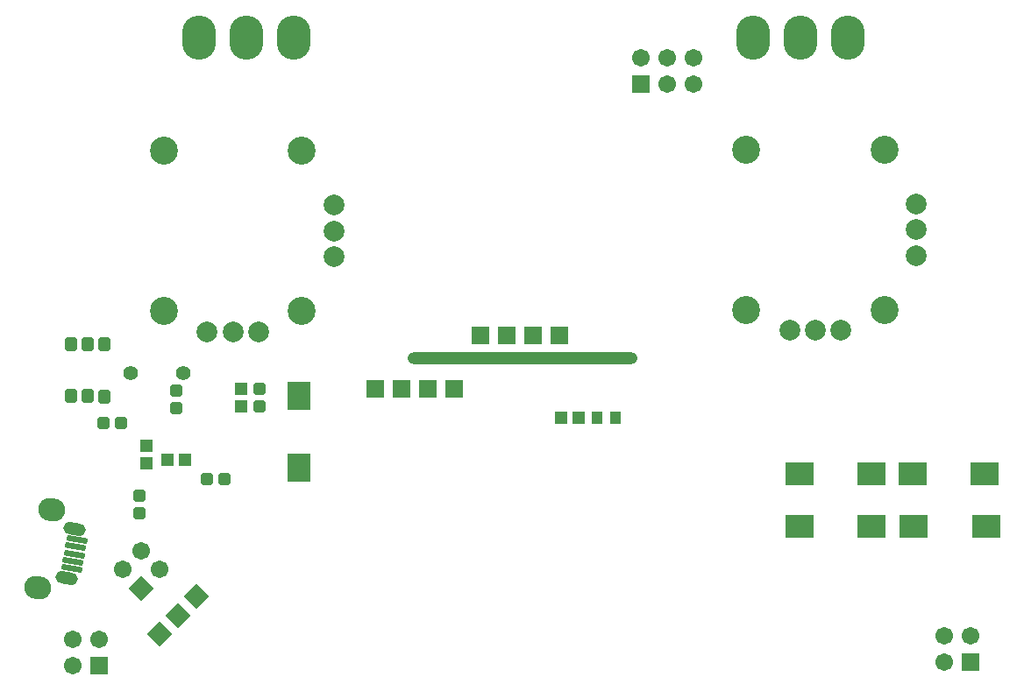
<source format=gts>
G04 Layer_Color=8388736*
%FSLAX25Y25*%
%MOIN*%
G70*
G01*
G75*
G04:AMPARAMS|DCode=48|XSize=21.78mil|YSize=78.87mil|CornerRadius=0mil|HoleSize=0mil|Usage=FLASHONLY|Rotation=80.000|XOffset=0mil|YOffset=0mil|HoleType=Round|Shape=Rectangle|*
%AMROTATEDRECTD48*
4,1,4,0.03694,-0.01757,-0.04073,-0.00388,-0.03694,0.01757,0.04073,0.00388,0.03694,-0.01757,0.0*
%
%ADD48ROTATEDRECTD48*%

G04:AMPARAMS|DCode=49|XSize=55.24mil|YSize=47.37mil|CornerRadius=13.84mil|HoleSize=0mil|Usage=FLASHONLY|Rotation=90.000|XOffset=0mil|YOffset=0mil|HoleType=Round|Shape=RoundedRectangle|*
%AMROUNDEDRECTD49*
21,1,0.05524,0.01969,0,0,90.0*
21,1,0.02756,0.04737,0,0,90.0*
1,1,0.02769,0.00984,0.01378*
1,1,0.02769,0.00984,-0.01378*
1,1,0.02769,-0.00984,-0.01378*
1,1,0.02769,-0.00984,0.01378*
%
%ADD49ROUNDEDRECTD49*%
G04:AMPARAMS|DCode=50|XSize=47.37mil|YSize=43.43mil|CornerRadius=5.77mil|HoleSize=0mil|Usage=FLASHONLY|Rotation=180.000|XOffset=0mil|YOffset=0mil|HoleType=Round|Shape=RoundedRectangle|*
%AMROUNDEDRECTD50*
21,1,0.04737,0.03189,0,0,180.0*
21,1,0.03583,0.04343,0,0,180.0*
1,1,0.01154,-0.01791,0.01595*
1,1,0.01154,0.01791,0.01595*
1,1,0.01154,0.01791,-0.01595*
1,1,0.01154,-0.01791,-0.01595*
%
%ADD50ROUNDEDRECTD50*%
G04:AMPARAMS|DCode=51|XSize=47.37mil|YSize=43.43mil|CornerRadius=5.77mil|HoleSize=0mil|Usage=FLASHONLY|Rotation=270.000|XOffset=0mil|YOffset=0mil|HoleType=Round|Shape=RoundedRectangle|*
%AMROUNDEDRECTD51*
21,1,0.04737,0.03189,0,0,270.0*
21,1,0.03583,0.04343,0,0,270.0*
1,1,0.01154,-0.01595,-0.01791*
1,1,0.01154,-0.01595,0.01791*
1,1,0.01154,0.01595,0.01791*
1,1,0.01154,0.01595,-0.01791*
%
%ADD51ROUNDEDRECTD51*%
%ADD52R,0.03950X0.04540*%
%ADD53R,0.04737X0.05131*%
%ADD54R,0.05131X0.04737*%
%ADD55R,0.10642X0.08674*%
%ADD56R,0.08674X0.10642*%
G04:AMPARAMS|DCode=57|XSize=86.74mil|YSize=102.49mil|CornerRadius=0mil|HoleSize=0mil|Usage=FLASHONLY|Rotation=80.000|XOffset=0mil|YOffset=0mil|HoleType=Round|Shape=Round|*
%AMOVALD57*
21,1,0.01575,0.08674,0.00000,0.00000,170.0*
1,1,0.08674,0.00775,-0.00137*
1,1,0.08674,-0.00775,0.00137*
%
%ADD57OVALD57*%

G04:AMPARAMS|DCode=58|XSize=47.37mil|YSize=86.74mil|CornerRadius=0mil|HoleSize=0mil|Usage=FLASHONLY|Rotation=260.000|XOffset=0mil|YOffset=0mil|HoleType=Round|Shape=Round|*
%AMOVALD58*
21,1,0.03937,0.04737,0.00000,0.00000,350.0*
1,1,0.04737,-0.01939,0.00342*
1,1,0.04737,0.01939,-0.00342*
%
%ADD58OVALD58*%

%ADD59R,0.06706X0.06706*%
%ADD60P,0.09483X4X270.0*%
%ADD61C,0.06706*%
%ADD62R,0.06706X0.06706*%
%ADD63O,0.12800X0.16800*%
%ADD64C,0.07887*%
%ADD65C,0.10642*%
%ADD66O,0.87414X0.04737*%
%ADD67C,0.05524*%
D48*
X258622Y212009D02*
D03*
X258143Y209295D02*
D03*
X257665Y206581D02*
D03*
X259579Y217437D02*
D03*
X259101Y214723D02*
D03*
D49*
X257300Y291998D02*
D03*
X263599D02*
D03*
X269997D02*
D03*
Y272017D02*
D03*
X263599Y272116D02*
D03*
X257300D02*
D03*
D50*
X329000Y268154D02*
D03*
Y274847D02*
D03*
X297500Y267653D02*
D03*
Y274346D02*
D03*
X283500Y234347D02*
D03*
Y227654D02*
D03*
D51*
X276346Y262000D02*
D03*
X269654D02*
D03*
X309154Y240500D02*
D03*
X315846D02*
D03*
D52*
X457457Y264000D02*
D03*
X464543D02*
D03*
D53*
X322000Y274847D02*
D03*
Y268154D02*
D03*
X286000Y253346D02*
D03*
Y246654D02*
D03*
D54*
X300847Y248000D02*
D03*
X294153D02*
D03*
X443653Y264000D02*
D03*
X450347D02*
D03*
D55*
X561780Y242469D02*
D03*
X534221D02*
D03*
X604780Y242500D02*
D03*
X577220D02*
D03*
X561780Y222500D02*
D03*
X534221D02*
D03*
X605280D02*
D03*
X577720D02*
D03*
D56*
X344000Y272280D02*
D03*
Y244721D02*
D03*
D57*
X249983Y228763D02*
D03*
X244773Y199219D02*
D03*
D58*
X258867Y221560D02*
D03*
X255585Y202950D02*
D03*
D59*
X443000Y295200D02*
D03*
X433000D02*
D03*
X423000D02*
D03*
X413000D02*
D03*
X474000Y391000D02*
D03*
X373000Y274800D02*
D03*
X383000D02*
D03*
X393000D02*
D03*
X403000D02*
D03*
D60*
X305071Y195712D02*
D03*
X298000Y188641D02*
D03*
X290929Y181570D02*
D03*
X284000Y199000D02*
D03*
D61*
X494000Y401000D02*
D03*
Y391000D02*
D03*
X484000Y401000D02*
D03*
Y391000D02*
D03*
X474000Y401000D02*
D03*
X589500Y171000D02*
D03*
X599500Y181000D02*
D03*
X589500D02*
D03*
X258000Y169500D02*
D03*
X268000Y179500D02*
D03*
X258000D02*
D03*
X276929Y206071D02*
D03*
X291071D02*
D03*
X284000Y213142D02*
D03*
D62*
X599500Y171000D02*
D03*
X268000Y169500D02*
D03*
D63*
X306200Y408400D02*
D03*
X324200Y408400D02*
D03*
X342200Y408400D02*
D03*
X516700Y408400D02*
D03*
X534700Y408400D02*
D03*
X552700Y408400D02*
D03*
D64*
X357300Y334950D02*
D03*
X357300Y344750D02*
D03*
X357300Y325150D02*
D03*
X328700Y296550D02*
D03*
X318900Y296550D02*
D03*
X309100D02*
D03*
X578800Y335450D02*
D03*
X578800Y345250D02*
D03*
X578800Y325650D02*
D03*
X550200Y297050D02*
D03*
X540400Y297050D02*
D03*
X530600D02*
D03*
D65*
X345100Y365450D02*
D03*
X345100Y304450D02*
D03*
X292700Y365450D02*
D03*
X292700Y304450D02*
D03*
X566600Y365950D02*
D03*
X566600Y304950D02*
D03*
X514200Y365950D02*
D03*
X514200Y304950D02*
D03*
D66*
X429000Y286506D02*
D03*
D67*
X280000Y281000D02*
D03*
X300000D02*
D03*
M02*

</source>
